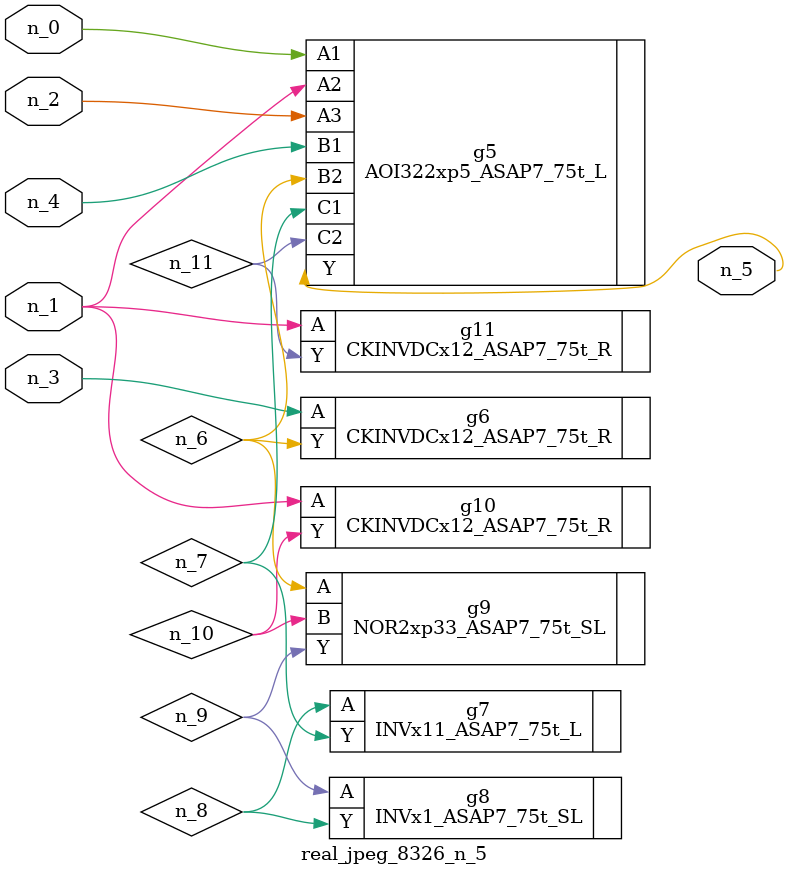
<source format=v>
module real_jpeg_8326_n_5 (n_4, n_0, n_1, n_2, n_3, n_5);

input n_4;
input n_0;
input n_1;
input n_2;
input n_3;

output n_5;

wire n_8;
wire n_11;
wire n_6;
wire n_7;
wire n_10;
wire n_9;

AOI322xp5_ASAP7_75t_L g5 ( 
.A1(n_0),
.A2(n_1),
.A3(n_2),
.B1(n_4),
.B2(n_6),
.C1(n_7),
.C2(n_11),
.Y(n_5)
);

CKINVDCx12_ASAP7_75t_R g10 ( 
.A(n_1),
.Y(n_10)
);

CKINVDCx12_ASAP7_75t_R g11 ( 
.A(n_1),
.Y(n_11)
);

CKINVDCx12_ASAP7_75t_R g6 ( 
.A(n_3),
.Y(n_6)
);

NOR2xp33_ASAP7_75t_SL g9 ( 
.A(n_6),
.B(n_10),
.Y(n_9)
);

INVx11_ASAP7_75t_L g7 ( 
.A(n_8),
.Y(n_7)
);

INVx1_ASAP7_75t_SL g8 ( 
.A(n_9),
.Y(n_8)
);


endmodule
</source>
